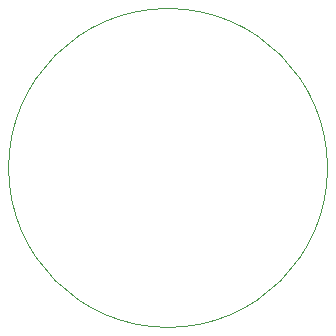
<source format=gko>
G04 #@! TF.FileFunction,Profile,NP*
%FSLAX46Y46*%
G04 Gerber Fmt 4.6, Leading zero omitted, Abs format (unit mm)*
G04 Created by KiCad (PCBNEW 4.0.7) date 01/15/18 19:56:08*
%MOMM*%
%LPD*%
G01*
G04 APERTURE LIST*
%ADD10C,0.100000*%
G04 APERTURE END LIST*
D10*
X221145285Y-92075000D02*
G75*
G03X221145285Y-92075000I-13500285J0D01*
G01*
M02*

</source>
